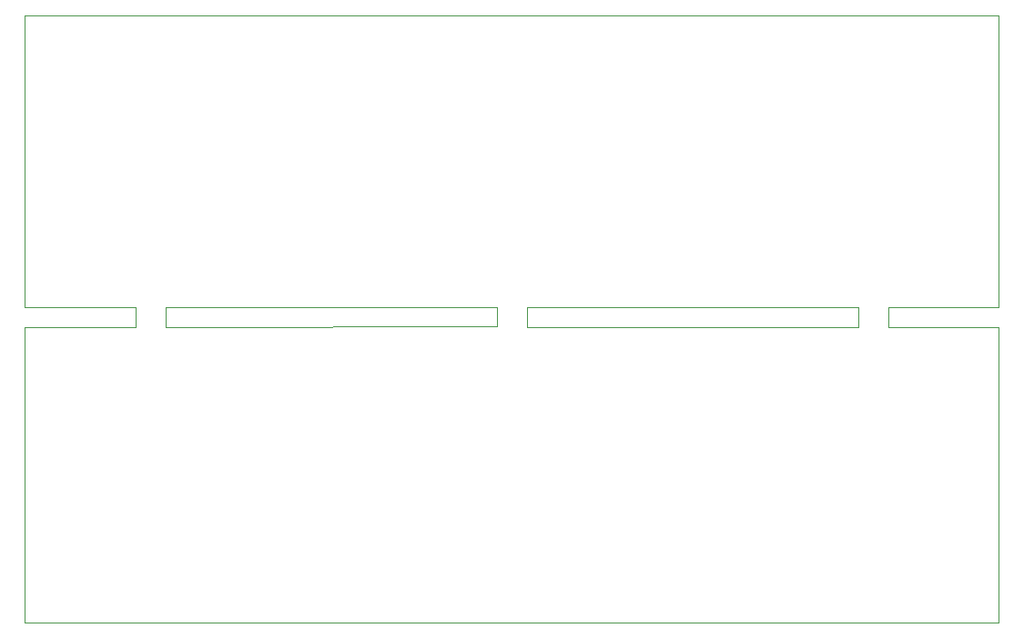
<source format=gm1>
G04 #@! TF.GenerationSoftware,KiCad,Pcbnew,(6.0.2-0)*
G04 #@! TF.CreationDate,2022-08-25T13:36:14+02:00*
G04 #@! TF.ProjectId,nixie,6e697869-652e-46b6-9963-61645f706362,rev?*
G04 #@! TF.SameCoordinates,Original*
G04 #@! TF.FileFunction,Profile,NP*
%FSLAX46Y46*%
G04 Gerber Fmt 4.6, Leading zero omitted, Abs format (unit mm)*
G04 Created by KiCad (PCBNEW (6.0.2-0)) date 2022-08-25 13:36:14*
%MOMM*%
%LPD*%
G01*
G04 APERTURE LIST*
G04 #@! TA.AperFunction,Profile*
%ADD10C,0.100000*%
G04 #@! TD*
G04 APERTURE END LIST*
D10*
X27500000Y-42850000D02*
X27500000Y-41000000D01*
X58300000Y-42800000D02*
X27500000Y-42850000D01*
X91900000Y-42850000D02*
X61100000Y-42850000D01*
X61100000Y-41000000D02*
X91900000Y-41000000D01*
X27500000Y-41000000D02*
X58300000Y-41000000D01*
X105000000Y-41000000D02*
X94700000Y-41000000D01*
X94700000Y-41000000D02*
X94700000Y-42850000D01*
X94700000Y-42850000D02*
X105000000Y-42850000D01*
X105000000Y-42850000D02*
X105000000Y-70350000D01*
X105000000Y-70350000D02*
X14400000Y-70350000D01*
X14400000Y-70350000D02*
X14400000Y-42850000D01*
X14400000Y-42850000D02*
X24700000Y-42850000D01*
X24700000Y-42850000D02*
X24700000Y-41000000D01*
X24700000Y-41000000D02*
X14400000Y-41000000D01*
X14400000Y-41000000D02*
X14400000Y-13800000D01*
X14400000Y-13800000D02*
X105000000Y-13800000D01*
X105000000Y-13800000D02*
X105000000Y-41000000D01*
X91900000Y-42850000D02*
X91900000Y-41000000D01*
X61100000Y-42850000D02*
X61100000Y-41000000D01*
X58300000Y-42800000D02*
X58300000Y-41000000D01*
M02*

</source>
